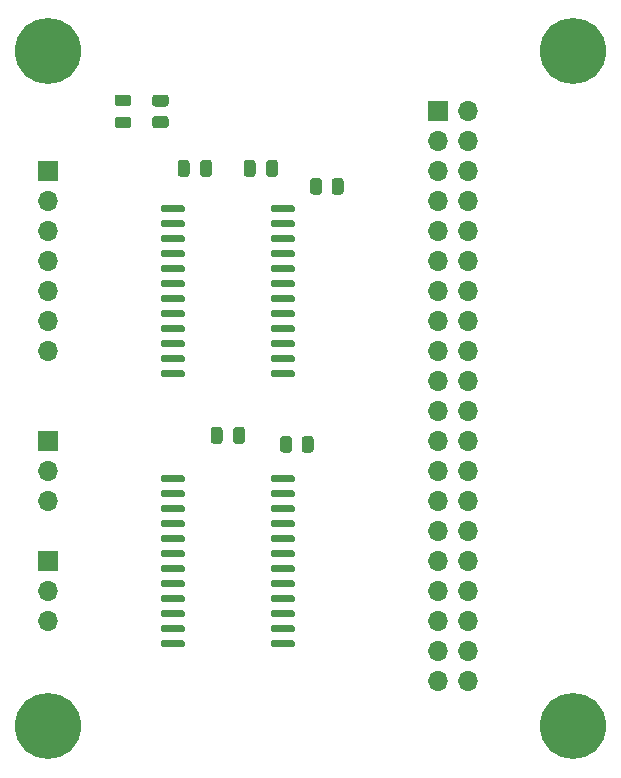
<source format=gts>
G04 #@! TF.GenerationSoftware,KiCad,Pcbnew,6.0.6-3a73a75311~116~ubuntu22.04.1*
G04 #@! TF.CreationDate,2022-06-24T09:32:34-04:00*
G04 #@! TF.ProjectId,led_breakout,6c65645f-6272-4656-916b-6f75742e6b69,0*
G04 #@! TF.SameCoordinates,Original*
G04 #@! TF.FileFunction,Soldermask,Top*
G04 #@! TF.FilePolarity,Negative*
%FSLAX46Y46*%
G04 Gerber Fmt 4.6, Leading zero omitted, Abs format (unit mm)*
G04 Created by KiCad (PCBNEW 6.0.6-3a73a75311~116~ubuntu22.04.1) date 2022-06-24 09:32:34*
%MOMM*%
%LPD*%
G01*
G04 APERTURE LIST*
%ADD10C,5.600000*%
%ADD11R,1.700000X1.700000*%
%ADD12O,1.700000X1.700000*%
G04 APERTURE END LIST*
G36*
G01*
X148863032Y-77721979D02*
X148863032Y-78671979D01*
G75*
G02*
X148613032Y-78921979I-250000J0D01*
G01*
X148113032Y-78921979D01*
G75*
G02*
X147863032Y-78671979I0J250000D01*
G01*
X147863032Y-77721979D01*
G75*
G02*
X148113032Y-77471979I250000J0D01*
G01*
X148613032Y-77471979D01*
G75*
G02*
X148863032Y-77721979I0J-250000D01*
G01*
G37*
G36*
G01*
X146963032Y-77721979D02*
X146963032Y-78671979D01*
G75*
G02*
X146713032Y-78921979I-250000J0D01*
G01*
X146213032Y-78921979D01*
G75*
G02*
X145963032Y-78671979I0J250000D01*
G01*
X145963032Y-77721979D01*
G75*
G02*
X146213032Y-77471979I250000J0D01*
G01*
X146713032Y-77471979D01*
G75*
G02*
X146963032Y-77721979I0J-250000D01*
G01*
G37*
G36*
G01*
X151576032Y-80170979D02*
X151576032Y-79270979D01*
G75*
G02*
X151826032Y-79020979I250000J0D01*
G01*
X152351032Y-79020979D01*
G75*
G02*
X152601032Y-79270979I0J-250000D01*
G01*
X152601032Y-80170979D01*
G75*
G02*
X152351032Y-80420979I-250000J0D01*
G01*
X151826032Y-80420979D01*
G75*
G02*
X151576032Y-80170979I0J250000D01*
G01*
G37*
G36*
G01*
X153401032Y-80170979D02*
X153401032Y-79270979D01*
G75*
G02*
X153651032Y-79020979I250000J0D01*
G01*
X154176032Y-79020979D01*
G75*
G02*
X154426032Y-79270979I0J-250000D01*
G01*
X154426032Y-80170979D01*
G75*
G02*
X154176032Y-80420979I-250000J0D01*
G01*
X153651032Y-80420979D01*
G75*
G02*
X153401032Y-80170979I0J250000D01*
G01*
G37*
D10*
X129379032Y-125440979D03*
D11*
X162399032Y-73370979D03*
D12*
X164939032Y-73370979D03*
X162399032Y-75910979D03*
X164939032Y-75910979D03*
X162399032Y-78450979D03*
X164939032Y-78450979D03*
X162399032Y-80990979D03*
X164939032Y-80990979D03*
X162399032Y-83530979D03*
X164939032Y-83530979D03*
X162399032Y-86070979D03*
X164939032Y-86070979D03*
X162399032Y-88610979D03*
X164939032Y-88610979D03*
X162399032Y-91150979D03*
X164939032Y-91150979D03*
X162399032Y-93690979D03*
X164939032Y-93690979D03*
X162399032Y-96230979D03*
X164939032Y-96230979D03*
X162399032Y-98770979D03*
X164939032Y-98770979D03*
X162399032Y-101310979D03*
X164939032Y-101310979D03*
X162399032Y-103850979D03*
X164939032Y-103850979D03*
X162399032Y-106390979D03*
X164939032Y-106390979D03*
X162399032Y-108930979D03*
X164939032Y-108930979D03*
X162399032Y-111470979D03*
X164939032Y-111470979D03*
X162399032Y-114010979D03*
X164939032Y-114010979D03*
X162399032Y-116550979D03*
X164939032Y-116550979D03*
X162399032Y-119090979D03*
X164939032Y-119090979D03*
X162399032Y-121630979D03*
X164939032Y-121630979D03*
D10*
X173829032Y-68290979D03*
D11*
X129379032Y-78450979D03*
D12*
X129379032Y-80990979D03*
X129379032Y-83530979D03*
X129379032Y-86070979D03*
X129379032Y-88610979D03*
X129379032Y-91150979D03*
X129379032Y-93690979D03*
D10*
X173829032Y-125440979D03*
D11*
X129379032Y-101310979D03*
D12*
X129379032Y-103850979D03*
X129379032Y-106390979D03*
G36*
G01*
X146069032Y-100327979D02*
X146069032Y-101277979D01*
G75*
G02*
X145819032Y-101527979I-250000J0D01*
G01*
X145319032Y-101527979D01*
G75*
G02*
X145069032Y-101277979I0J250000D01*
G01*
X145069032Y-100327979D01*
G75*
G02*
X145319032Y-100077979I250000J0D01*
G01*
X145819032Y-100077979D01*
G75*
G02*
X146069032Y-100327979I0J-250000D01*
G01*
G37*
G36*
G01*
X144169032Y-100327979D02*
X144169032Y-101277979D01*
G75*
G02*
X143919032Y-101527979I-250000J0D01*
G01*
X143419032Y-101527979D01*
G75*
G02*
X143169032Y-101277979I0J250000D01*
G01*
X143169032Y-100327979D01*
G75*
G02*
X143419032Y-100077979I250000J0D01*
G01*
X143919032Y-100077979D01*
G75*
G02*
X144169032Y-100327979I0J-250000D01*
G01*
G37*
G36*
G01*
X140375032Y-78671979D02*
X140375032Y-77721979D01*
G75*
G02*
X140625032Y-77471979I250000J0D01*
G01*
X141125032Y-77471979D01*
G75*
G02*
X141375032Y-77721979I0J-250000D01*
G01*
X141375032Y-78671979D01*
G75*
G02*
X141125032Y-78921979I-250000J0D01*
G01*
X140625032Y-78921979D01*
G75*
G02*
X140375032Y-78671979I0J250000D01*
G01*
G37*
G36*
G01*
X142275032Y-78671979D02*
X142275032Y-77721979D01*
G75*
G02*
X142525032Y-77471979I250000J0D01*
G01*
X143025032Y-77471979D01*
G75*
G02*
X143275032Y-77721979I0J-250000D01*
G01*
X143275032Y-78671979D01*
G75*
G02*
X143025032Y-78921979I-250000J0D01*
G01*
X142525032Y-78921979D01*
G75*
G02*
X142275032Y-78671979I0J250000D01*
G01*
G37*
G36*
G01*
X138944032Y-81775979D02*
X138944032Y-81475979D01*
G75*
G02*
X139094032Y-81325979I150000J0D01*
G01*
X140844032Y-81325979D01*
G75*
G02*
X140994032Y-81475979I0J-150000D01*
G01*
X140994032Y-81775979D01*
G75*
G02*
X140844032Y-81925979I-150000J0D01*
G01*
X139094032Y-81925979D01*
G75*
G02*
X138944032Y-81775979I0J150000D01*
G01*
G37*
G36*
G01*
X138944032Y-83045979D02*
X138944032Y-82745979D01*
G75*
G02*
X139094032Y-82595979I150000J0D01*
G01*
X140844032Y-82595979D01*
G75*
G02*
X140994032Y-82745979I0J-150000D01*
G01*
X140994032Y-83045979D01*
G75*
G02*
X140844032Y-83195979I-150000J0D01*
G01*
X139094032Y-83195979D01*
G75*
G02*
X138944032Y-83045979I0J150000D01*
G01*
G37*
G36*
G01*
X138944032Y-84315979D02*
X138944032Y-84015979D01*
G75*
G02*
X139094032Y-83865979I150000J0D01*
G01*
X140844032Y-83865979D01*
G75*
G02*
X140994032Y-84015979I0J-150000D01*
G01*
X140994032Y-84315979D01*
G75*
G02*
X140844032Y-84465979I-150000J0D01*
G01*
X139094032Y-84465979D01*
G75*
G02*
X138944032Y-84315979I0J150000D01*
G01*
G37*
G36*
G01*
X138944032Y-85585979D02*
X138944032Y-85285979D01*
G75*
G02*
X139094032Y-85135979I150000J0D01*
G01*
X140844032Y-85135979D01*
G75*
G02*
X140994032Y-85285979I0J-150000D01*
G01*
X140994032Y-85585979D01*
G75*
G02*
X140844032Y-85735979I-150000J0D01*
G01*
X139094032Y-85735979D01*
G75*
G02*
X138944032Y-85585979I0J150000D01*
G01*
G37*
G36*
G01*
X138944032Y-86855979D02*
X138944032Y-86555979D01*
G75*
G02*
X139094032Y-86405979I150000J0D01*
G01*
X140844032Y-86405979D01*
G75*
G02*
X140994032Y-86555979I0J-150000D01*
G01*
X140994032Y-86855979D01*
G75*
G02*
X140844032Y-87005979I-150000J0D01*
G01*
X139094032Y-87005979D01*
G75*
G02*
X138944032Y-86855979I0J150000D01*
G01*
G37*
G36*
G01*
X138944032Y-88125979D02*
X138944032Y-87825979D01*
G75*
G02*
X139094032Y-87675979I150000J0D01*
G01*
X140844032Y-87675979D01*
G75*
G02*
X140994032Y-87825979I0J-150000D01*
G01*
X140994032Y-88125979D01*
G75*
G02*
X140844032Y-88275979I-150000J0D01*
G01*
X139094032Y-88275979D01*
G75*
G02*
X138944032Y-88125979I0J150000D01*
G01*
G37*
G36*
G01*
X138944032Y-89395979D02*
X138944032Y-89095979D01*
G75*
G02*
X139094032Y-88945979I150000J0D01*
G01*
X140844032Y-88945979D01*
G75*
G02*
X140994032Y-89095979I0J-150000D01*
G01*
X140994032Y-89395979D01*
G75*
G02*
X140844032Y-89545979I-150000J0D01*
G01*
X139094032Y-89545979D01*
G75*
G02*
X138944032Y-89395979I0J150000D01*
G01*
G37*
G36*
G01*
X138944032Y-90665979D02*
X138944032Y-90365979D01*
G75*
G02*
X139094032Y-90215979I150000J0D01*
G01*
X140844032Y-90215979D01*
G75*
G02*
X140994032Y-90365979I0J-150000D01*
G01*
X140994032Y-90665979D01*
G75*
G02*
X140844032Y-90815979I-150000J0D01*
G01*
X139094032Y-90815979D01*
G75*
G02*
X138944032Y-90665979I0J150000D01*
G01*
G37*
G36*
G01*
X138944032Y-91935979D02*
X138944032Y-91635979D01*
G75*
G02*
X139094032Y-91485979I150000J0D01*
G01*
X140844032Y-91485979D01*
G75*
G02*
X140994032Y-91635979I0J-150000D01*
G01*
X140994032Y-91935979D01*
G75*
G02*
X140844032Y-92085979I-150000J0D01*
G01*
X139094032Y-92085979D01*
G75*
G02*
X138944032Y-91935979I0J150000D01*
G01*
G37*
G36*
G01*
X138944032Y-93205979D02*
X138944032Y-92905979D01*
G75*
G02*
X139094032Y-92755979I150000J0D01*
G01*
X140844032Y-92755979D01*
G75*
G02*
X140994032Y-92905979I0J-150000D01*
G01*
X140994032Y-93205979D01*
G75*
G02*
X140844032Y-93355979I-150000J0D01*
G01*
X139094032Y-93355979D01*
G75*
G02*
X138944032Y-93205979I0J150000D01*
G01*
G37*
G36*
G01*
X138944032Y-94475979D02*
X138944032Y-94175979D01*
G75*
G02*
X139094032Y-94025979I150000J0D01*
G01*
X140844032Y-94025979D01*
G75*
G02*
X140994032Y-94175979I0J-150000D01*
G01*
X140994032Y-94475979D01*
G75*
G02*
X140844032Y-94625979I-150000J0D01*
G01*
X139094032Y-94625979D01*
G75*
G02*
X138944032Y-94475979I0J150000D01*
G01*
G37*
G36*
G01*
X138944032Y-95745979D02*
X138944032Y-95445979D01*
G75*
G02*
X139094032Y-95295979I150000J0D01*
G01*
X140844032Y-95295979D01*
G75*
G02*
X140994032Y-95445979I0J-150000D01*
G01*
X140994032Y-95745979D01*
G75*
G02*
X140844032Y-95895979I-150000J0D01*
G01*
X139094032Y-95895979D01*
G75*
G02*
X138944032Y-95745979I0J150000D01*
G01*
G37*
G36*
G01*
X148244032Y-95745979D02*
X148244032Y-95445979D01*
G75*
G02*
X148394032Y-95295979I150000J0D01*
G01*
X150144032Y-95295979D01*
G75*
G02*
X150294032Y-95445979I0J-150000D01*
G01*
X150294032Y-95745979D01*
G75*
G02*
X150144032Y-95895979I-150000J0D01*
G01*
X148394032Y-95895979D01*
G75*
G02*
X148244032Y-95745979I0J150000D01*
G01*
G37*
G36*
G01*
X148244032Y-94475979D02*
X148244032Y-94175979D01*
G75*
G02*
X148394032Y-94025979I150000J0D01*
G01*
X150144032Y-94025979D01*
G75*
G02*
X150294032Y-94175979I0J-150000D01*
G01*
X150294032Y-94475979D01*
G75*
G02*
X150144032Y-94625979I-150000J0D01*
G01*
X148394032Y-94625979D01*
G75*
G02*
X148244032Y-94475979I0J150000D01*
G01*
G37*
G36*
G01*
X148244032Y-93205979D02*
X148244032Y-92905979D01*
G75*
G02*
X148394032Y-92755979I150000J0D01*
G01*
X150144032Y-92755979D01*
G75*
G02*
X150294032Y-92905979I0J-150000D01*
G01*
X150294032Y-93205979D01*
G75*
G02*
X150144032Y-93355979I-150000J0D01*
G01*
X148394032Y-93355979D01*
G75*
G02*
X148244032Y-93205979I0J150000D01*
G01*
G37*
G36*
G01*
X148244032Y-91935979D02*
X148244032Y-91635979D01*
G75*
G02*
X148394032Y-91485979I150000J0D01*
G01*
X150144032Y-91485979D01*
G75*
G02*
X150294032Y-91635979I0J-150000D01*
G01*
X150294032Y-91935979D01*
G75*
G02*
X150144032Y-92085979I-150000J0D01*
G01*
X148394032Y-92085979D01*
G75*
G02*
X148244032Y-91935979I0J150000D01*
G01*
G37*
G36*
G01*
X148244032Y-90665979D02*
X148244032Y-90365979D01*
G75*
G02*
X148394032Y-90215979I150000J0D01*
G01*
X150144032Y-90215979D01*
G75*
G02*
X150294032Y-90365979I0J-150000D01*
G01*
X150294032Y-90665979D01*
G75*
G02*
X150144032Y-90815979I-150000J0D01*
G01*
X148394032Y-90815979D01*
G75*
G02*
X148244032Y-90665979I0J150000D01*
G01*
G37*
G36*
G01*
X148244032Y-89395979D02*
X148244032Y-89095979D01*
G75*
G02*
X148394032Y-88945979I150000J0D01*
G01*
X150144032Y-88945979D01*
G75*
G02*
X150294032Y-89095979I0J-150000D01*
G01*
X150294032Y-89395979D01*
G75*
G02*
X150144032Y-89545979I-150000J0D01*
G01*
X148394032Y-89545979D01*
G75*
G02*
X148244032Y-89395979I0J150000D01*
G01*
G37*
G36*
G01*
X148244032Y-88125979D02*
X148244032Y-87825979D01*
G75*
G02*
X148394032Y-87675979I150000J0D01*
G01*
X150144032Y-87675979D01*
G75*
G02*
X150294032Y-87825979I0J-150000D01*
G01*
X150294032Y-88125979D01*
G75*
G02*
X150144032Y-88275979I-150000J0D01*
G01*
X148394032Y-88275979D01*
G75*
G02*
X148244032Y-88125979I0J150000D01*
G01*
G37*
G36*
G01*
X148244032Y-86855979D02*
X148244032Y-86555979D01*
G75*
G02*
X148394032Y-86405979I150000J0D01*
G01*
X150144032Y-86405979D01*
G75*
G02*
X150294032Y-86555979I0J-150000D01*
G01*
X150294032Y-86855979D01*
G75*
G02*
X150144032Y-87005979I-150000J0D01*
G01*
X148394032Y-87005979D01*
G75*
G02*
X148244032Y-86855979I0J150000D01*
G01*
G37*
G36*
G01*
X148244032Y-85585979D02*
X148244032Y-85285979D01*
G75*
G02*
X148394032Y-85135979I150000J0D01*
G01*
X150144032Y-85135979D01*
G75*
G02*
X150294032Y-85285979I0J-150000D01*
G01*
X150294032Y-85585979D01*
G75*
G02*
X150144032Y-85735979I-150000J0D01*
G01*
X148394032Y-85735979D01*
G75*
G02*
X148244032Y-85585979I0J150000D01*
G01*
G37*
G36*
G01*
X148244032Y-84315979D02*
X148244032Y-84015979D01*
G75*
G02*
X148394032Y-83865979I150000J0D01*
G01*
X150144032Y-83865979D01*
G75*
G02*
X150294032Y-84015979I0J-150000D01*
G01*
X150294032Y-84315979D01*
G75*
G02*
X150144032Y-84465979I-150000J0D01*
G01*
X148394032Y-84465979D01*
G75*
G02*
X148244032Y-84315979I0J150000D01*
G01*
G37*
G36*
G01*
X148244032Y-83045979D02*
X148244032Y-82745979D01*
G75*
G02*
X148394032Y-82595979I150000J0D01*
G01*
X150144032Y-82595979D01*
G75*
G02*
X150294032Y-82745979I0J-150000D01*
G01*
X150294032Y-83045979D01*
G75*
G02*
X150144032Y-83195979I-150000J0D01*
G01*
X148394032Y-83195979D01*
G75*
G02*
X148244032Y-83045979I0J150000D01*
G01*
G37*
G36*
G01*
X148244032Y-81775979D02*
X148244032Y-81475979D01*
G75*
G02*
X148394032Y-81325979I150000J0D01*
G01*
X150144032Y-81325979D01*
G75*
G02*
X150294032Y-81475979I0J-150000D01*
G01*
X150294032Y-81775979D01*
G75*
G02*
X150144032Y-81925979I-150000J0D01*
G01*
X148394032Y-81925979D01*
G75*
G02*
X148244032Y-81775979I0J150000D01*
G01*
G37*
G36*
G01*
X138944032Y-104635979D02*
X138944032Y-104335979D01*
G75*
G02*
X139094032Y-104185979I150000J0D01*
G01*
X140844032Y-104185979D01*
G75*
G02*
X140994032Y-104335979I0J-150000D01*
G01*
X140994032Y-104635979D01*
G75*
G02*
X140844032Y-104785979I-150000J0D01*
G01*
X139094032Y-104785979D01*
G75*
G02*
X138944032Y-104635979I0J150000D01*
G01*
G37*
G36*
G01*
X138944032Y-105905979D02*
X138944032Y-105605979D01*
G75*
G02*
X139094032Y-105455979I150000J0D01*
G01*
X140844032Y-105455979D01*
G75*
G02*
X140994032Y-105605979I0J-150000D01*
G01*
X140994032Y-105905979D01*
G75*
G02*
X140844032Y-106055979I-150000J0D01*
G01*
X139094032Y-106055979D01*
G75*
G02*
X138944032Y-105905979I0J150000D01*
G01*
G37*
G36*
G01*
X138944032Y-107175979D02*
X138944032Y-106875979D01*
G75*
G02*
X139094032Y-106725979I150000J0D01*
G01*
X140844032Y-106725979D01*
G75*
G02*
X140994032Y-106875979I0J-150000D01*
G01*
X140994032Y-107175979D01*
G75*
G02*
X140844032Y-107325979I-150000J0D01*
G01*
X139094032Y-107325979D01*
G75*
G02*
X138944032Y-107175979I0J150000D01*
G01*
G37*
G36*
G01*
X138944032Y-108445979D02*
X138944032Y-108145979D01*
G75*
G02*
X139094032Y-107995979I150000J0D01*
G01*
X140844032Y-107995979D01*
G75*
G02*
X140994032Y-108145979I0J-150000D01*
G01*
X140994032Y-108445979D01*
G75*
G02*
X140844032Y-108595979I-150000J0D01*
G01*
X139094032Y-108595979D01*
G75*
G02*
X138944032Y-108445979I0J150000D01*
G01*
G37*
G36*
G01*
X138944032Y-109715979D02*
X138944032Y-109415979D01*
G75*
G02*
X139094032Y-109265979I150000J0D01*
G01*
X140844032Y-109265979D01*
G75*
G02*
X140994032Y-109415979I0J-150000D01*
G01*
X140994032Y-109715979D01*
G75*
G02*
X140844032Y-109865979I-150000J0D01*
G01*
X139094032Y-109865979D01*
G75*
G02*
X138944032Y-109715979I0J150000D01*
G01*
G37*
G36*
G01*
X138944032Y-110985979D02*
X138944032Y-110685979D01*
G75*
G02*
X139094032Y-110535979I150000J0D01*
G01*
X140844032Y-110535979D01*
G75*
G02*
X140994032Y-110685979I0J-150000D01*
G01*
X140994032Y-110985979D01*
G75*
G02*
X140844032Y-111135979I-150000J0D01*
G01*
X139094032Y-111135979D01*
G75*
G02*
X138944032Y-110985979I0J150000D01*
G01*
G37*
G36*
G01*
X138944032Y-112255979D02*
X138944032Y-111955979D01*
G75*
G02*
X139094032Y-111805979I150000J0D01*
G01*
X140844032Y-111805979D01*
G75*
G02*
X140994032Y-111955979I0J-150000D01*
G01*
X140994032Y-112255979D01*
G75*
G02*
X140844032Y-112405979I-150000J0D01*
G01*
X139094032Y-112405979D01*
G75*
G02*
X138944032Y-112255979I0J150000D01*
G01*
G37*
G36*
G01*
X138944032Y-113525979D02*
X138944032Y-113225979D01*
G75*
G02*
X139094032Y-113075979I150000J0D01*
G01*
X140844032Y-113075979D01*
G75*
G02*
X140994032Y-113225979I0J-150000D01*
G01*
X140994032Y-113525979D01*
G75*
G02*
X140844032Y-113675979I-150000J0D01*
G01*
X139094032Y-113675979D01*
G75*
G02*
X138944032Y-113525979I0J150000D01*
G01*
G37*
G36*
G01*
X138944032Y-114795979D02*
X138944032Y-114495979D01*
G75*
G02*
X139094032Y-114345979I150000J0D01*
G01*
X140844032Y-114345979D01*
G75*
G02*
X140994032Y-114495979I0J-150000D01*
G01*
X140994032Y-114795979D01*
G75*
G02*
X140844032Y-114945979I-150000J0D01*
G01*
X139094032Y-114945979D01*
G75*
G02*
X138944032Y-114795979I0J150000D01*
G01*
G37*
G36*
G01*
X138944032Y-116065979D02*
X138944032Y-115765979D01*
G75*
G02*
X139094032Y-115615979I150000J0D01*
G01*
X140844032Y-115615979D01*
G75*
G02*
X140994032Y-115765979I0J-150000D01*
G01*
X140994032Y-116065979D01*
G75*
G02*
X140844032Y-116215979I-150000J0D01*
G01*
X139094032Y-116215979D01*
G75*
G02*
X138944032Y-116065979I0J150000D01*
G01*
G37*
G36*
G01*
X138944032Y-117335979D02*
X138944032Y-117035979D01*
G75*
G02*
X139094032Y-116885979I150000J0D01*
G01*
X140844032Y-116885979D01*
G75*
G02*
X140994032Y-117035979I0J-150000D01*
G01*
X140994032Y-117335979D01*
G75*
G02*
X140844032Y-117485979I-150000J0D01*
G01*
X139094032Y-117485979D01*
G75*
G02*
X138944032Y-117335979I0J150000D01*
G01*
G37*
G36*
G01*
X138944032Y-118605979D02*
X138944032Y-118305979D01*
G75*
G02*
X139094032Y-118155979I150000J0D01*
G01*
X140844032Y-118155979D01*
G75*
G02*
X140994032Y-118305979I0J-150000D01*
G01*
X140994032Y-118605979D01*
G75*
G02*
X140844032Y-118755979I-150000J0D01*
G01*
X139094032Y-118755979D01*
G75*
G02*
X138944032Y-118605979I0J150000D01*
G01*
G37*
G36*
G01*
X148244032Y-118605979D02*
X148244032Y-118305979D01*
G75*
G02*
X148394032Y-118155979I150000J0D01*
G01*
X150144032Y-118155979D01*
G75*
G02*
X150294032Y-118305979I0J-150000D01*
G01*
X150294032Y-118605979D01*
G75*
G02*
X150144032Y-118755979I-150000J0D01*
G01*
X148394032Y-118755979D01*
G75*
G02*
X148244032Y-118605979I0J150000D01*
G01*
G37*
G36*
G01*
X148244032Y-117335979D02*
X148244032Y-117035979D01*
G75*
G02*
X148394032Y-116885979I150000J0D01*
G01*
X150144032Y-116885979D01*
G75*
G02*
X150294032Y-117035979I0J-150000D01*
G01*
X150294032Y-117335979D01*
G75*
G02*
X150144032Y-117485979I-150000J0D01*
G01*
X148394032Y-117485979D01*
G75*
G02*
X148244032Y-117335979I0J150000D01*
G01*
G37*
G36*
G01*
X148244032Y-116065979D02*
X148244032Y-115765979D01*
G75*
G02*
X148394032Y-115615979I150000J0D01*
G01*
X150144032Y-115615979D01*
G75*
G02*
X150294032Y-115765979I0J-150000D01*
G01*
X150294032Y-116065979D01*
G75*
G02*
X150144032Y-116215979I-150000J0D01*
G01*
X148394032Y-116215979D01*
G75*
G02*
X148244032Y-116065979I0J150000D01*
G01*
G37*
G36*
G01*
X148244032Y-114795979D02*
X148244032Y-114495979D01*
G75*
G02*
X148394032Y-114345979I150000J0D01*
G01*
X150144032Y-114345979D01*
G75*
G02*
X150294032Y-114495979I0J-150000D01*
G01*
X150294032Y-114795979D01*
G75*
G02*
X150144032Y-114945979I-150000J0D01*
G01*
X148394032Y-114945979D01*
G75*
G02*
X148244032Y-114795979I0J150000D01*
G01*
G37*
G36*
G01*
X148244032Y-113525979D02*
X148244032Y-113225979D01*
G75*
G02*
X148394032Y-113075979I150000J0D01*
G01*
X150144032Y-113075979D01*
G75*
G02*
X150294032Y-113225979I0J-150000D01*
G01*
X150294032Y-113525979D01*
G75*
G02*
X150144032Y-113675979I-150000J0D01*
G01*
X148394032Y-113675979D01*
G75*
G02*
X148244032Y-113525979I0J150000D01*
G01*
G37*
G36*
G01*
X148244032Y-112255979D02*
X148244032Y-111955979D01*
G75*
G02*
X148394032Y-111805979I150000J0D01*
G01*
X150144032Y-111805979D01*
G75*
G02*
X150294032Y-111955979I0J-150000D01*
G01*
X150294032Y-112255979D01*
G75*
G02*
X150144032Y-112405979I-150000J0D01*
G01*
X148394032Y-112405979D01*
G75*
G02*
X148244032Y-112255979I0J150000D01*
G01*
G37*
G36*
G01*
X148244032Y-110985979D02*
X148244032Y-110685979D01*
G75*
G02*
X148394032Y-110535979I150000J0D01*
G01*
X150144032Y-110535979D01*
G75*
G02*
X150294032Y-110685979I0J-150000D01*
G01*
X150294032Y-110985979D01*
G75*
G02*
X150144032Y-111135979I-150000J0D01*
G01*
X148394032Y-111135979D01*
G75*
G02*
X148244032Y-110985979I0J150000D01*
G01*
G37*
G36*
G01*
X148244032Y-109715979D02*
X148244032Y-109415979D01*
G75*
G02*
X148394032Y-109265979I150000J0D01*
G01*
X150144032Y-109265979D01*
G75*
G02*
X150294032Y-109415979I0J-150000D01*
G01*
X150294032Y-109715979D01*
G75*
G02*
X150144032Y-109865979I-150000J0D01*
G01*
X148394032Y-109865979D01*
G75*
G02*
X148244032Y-109715979I0J150000D01*
G01*
G37*
G36*
G01*
X148244032Y-108445979D02*
X148244032Y-108145979D01*
G75*
G02*
X148394032Y-107995979I150000J0D01*
G01*
X150144032Y-107995979D01*
G75*
G02*
X150294032Y-108145979I0J-150000D01*
G01*
X150294032Y-108445979D01*
G75*
G02*
X150144032Y-108595979I-150000J0D01*
G01*
X148394032Y-108595979D01*
G75*
G02*
X148244032Y-108445979I0J150000D01*
G01*
G37*
G36*
G01*
X148244032Y-107175979D02*
X148244032Y-106875979D01*
G75*
G02*
X148394032Y-106725979I150000J0D01*
G01*
X150144032Y-106725979D01*
G75*
G02*
X150294032Y-106875979I0J-150000D01*
G01*
X150294032Y-107175979D01*
G75*
G02*
X150144032Y-107325979I-150000J0D01*
G01*
X148394032Y-107325979D01*
G75*
G02*
X148244032Y-107175979I0J150000D01*
G01*
G37*
G36*
G01*
X148244032Y-105905979D02*
X148244032Y-105605979D01*
G75*
G02*
X148394032Y-105455979I150000J0D01*
G01*
X150144032Y-105455979D01*
G75*
G02*
X150294032Y-105605979I0J-150000D01*
G01*
X150294032Y-105905979D01*
G75*
G02*
X150144032Y-106055979I-150000J0D01*
G01*
X148394032Y-106055979D01*
G75*
G02*
X148244032Y-105905979I0J150000D01*
G01*
G37*
G36*
G01*
X148244032Y-104635979D02*
X148244032Y-104335979D01*
G75*
G02*
X148394032Y-104185979I150000J0D01*
G01*
X150144032Y-104185979D01*
G75*
G02*
X150294032Y-104335979I0J-150000D01*
G01*
X150294032Y-104635979D01*
G75*
G02*
X150144032Y-104785979I-150000J0D01*
G01*
X148394032Y-104785979D01*
G75*
G02*
X148244032Y-104635979I0J150000D01*
G01*
G37*
G36*
G01*
X138454032Y-71945979D02*
X139354032Y-71945979D01*
G75*
G02*
X139604032Y-72195979I0J-250000D01*
G01*
X139604032Y-72720979D01*
G75*
G02*
X139354032Y-72970979I-250000J0D01*
G01*
X138454032Y-72970979D01*
G75*
G02*
X138204032Y-72720979I0J250000D01*
G01*
X138204032Y-72195979D01*
G75*
G02*
X138454032Y-71945979I250000J0D01*
G01*
G37*
G36*
G01*
X138454032Y-73770979D02*
X139354032Y-73770979D01*
G75*
G02*
X139604032Y-74020979I0J-250000D01*
G01*
X139604032Y-74545979D01*
G75*
G02*
X139354032Y-74795979I-250000J0D01*
G01*
X138454032Y-74795979D01*
G75*
G02*
X138204032Y-74545979I0J250000D01*
G01*
X138204032Y-74020979D01*
G75*
G02*
X138454032Y-73770979I250000J0D01*
G01*
G37*
G36*
G01*
X135272782Y-71945979D02*
X136185282Y-71945979D01*
G75*
G02*
X136429032Y-72189729I0J-243750D01*
G01*
X136429032Y-72677229D01*
G75*
G02*
X136185282Y-72920979I-243750J0D01*
G01*
X135272782Y-72920979D01*
G75*
G02*
X135029032Y-72677229I0J243750D01*
G01*
X135029032Y-72189729D01*
G75*
G02*
X135272782Y-71945979I243750J0D01*
G01*
G37*
G36*
G01*
X135272782Y-73820979D02*
X136185282Y-73820979D01*
G75*
G02*
X136429032Y-74064729I0J-243750D01*
G01*
X136429032Y-74552229D01*
G75*
G02*
X136185282Y-74795979I-243750J0D01*
G01*
X135272782Y-74795979D01*
G75*
G02*
X135029032Y-74552229I0J243750D01*
G01*
X135029032Y-74064729D01*
G75*
G02*
X135272782Y-73820979I243750J0D01*
G01*
G37*
G36*
G01*
X149036032Y-102014979D02*
X149036032Y-101114979D01*
G75*
G02*
X149286032Y-100864979I250000J0D01*
G01*
X149811032Y-100864979D01*
G75*
G02*
X150061032Y-101114979I0J-250000D01*
G01*
X150061032Y-102014979D01*
G75*
G02*
X149811032Y-102264979I-250000J0D01*
G01*
X149286032Y-102264979D01*
G75*
G02*
X149036032Y-102014979I0J250000D01*
G01*
G37*
G36*
G01*
X150861032Y-102014979D02*
X150861032Y-101114979D01*
G75*
G02*
X151111032Y-100864979I250000J0D01*
G01*
X151636032Y-100864979D01*
G75*
G02*
X151886032Y-101114979I0J-250000D01*
G01*
X151886032Y-102014979D01*
G75*
G02*
X151636032Y-102264979I-250000J0D01*
G01*
X151111032Y-102264979D01*
G75*
G02*
X150861032Y-102014979I0J250000D01*
G01*
G37*
D11*
X129379032Y-111470979D03*
D12*
X129379032Y-114010979D03*
X129379032Y-116550979D03*
D10*
X129379032Y-68290979D03*
M02*

</source>
